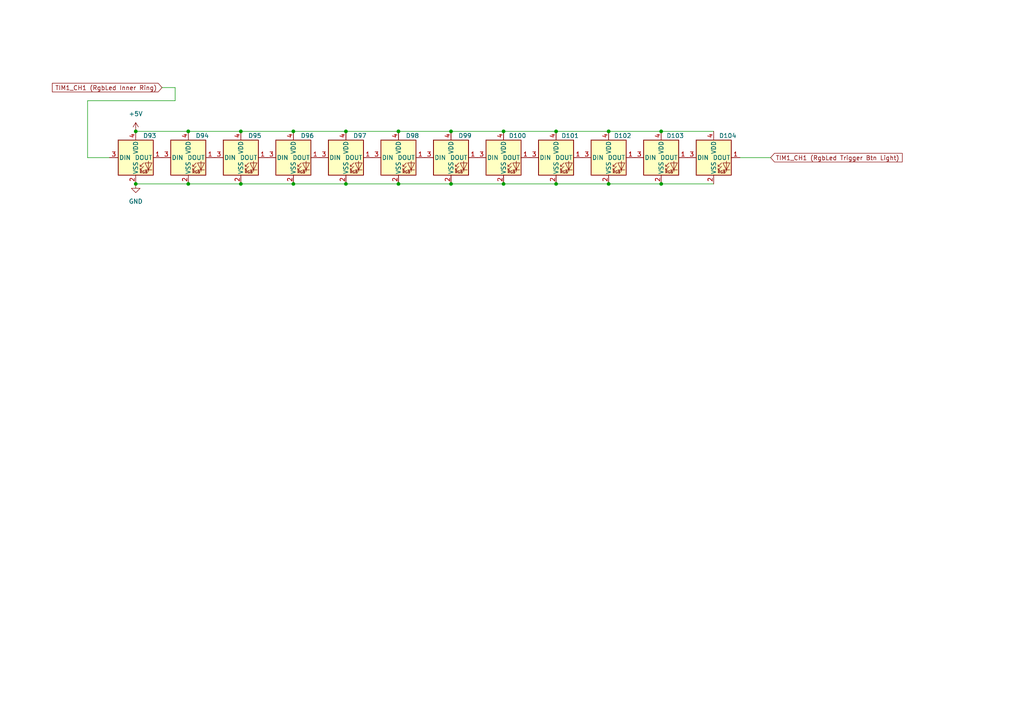
<source format=kicad_sch>
(kicad_sch (version 20231120) (generator "eeschema") (generator_version "8.0")
  (paper "A4")
  (title_block (date "2024-02-29") (rev "1"))
  (lib_symbols
    (symbol "LED:WS2812B-2020" (pin_names (offset 0.254))
      (property "Reference" "D" (at 5.08 5.715 0))
      (property "Value" "WS2812B-2020" (at 1.27 -5.715 0))
      (symbol "WS2812B-2020_0_0"
        (text "RGB" (at 2.286 -4.191 0) (effects (font (size 0.762 0.762))))
      )
      (symbol "WS2812B-2020_0_1"
        (polyline (pts (xy 1.27 -3.556) (xy 1.778 -3.556)))
        (polyline (pts (xy 1.27 -2.54) (xy 1.778 -2.54)))
        (polyline (pts (xy 4.699 -3.556) (xy 2.667 -3.556)))
        (polyline (pts (xy 2.286 -2.54) (xy 1.27 -3.556) (xy 1.27 -3.048)))
        (polyline (pts (xy 2.286 -1.524) (xy 1.27 -2.54) (xy 1.27 -2.032)))
        (polyline (pts (xy 3.683 -1.016) (xy 3.683 -3.556) (xy 3.683 -4.064)))
        (polyline (pts (xy 4.699 -1.524) (xy 2.667 -1.524) (xy 3.683 -3.556) (xy 4.699 -1.524)))
        (rectangle (start 5.08 5.08) (end -5.08 -5.08) (stroke (width 0.254)) (fill (type background)))
      )
      (symbol "WS2812B-2020_1_1"
        (pin output line (at 7.62 0 180) (length 2.54) (name "DOUT") (number "1"))
        (pin power_in line (at 0 -7.62 90) (length 2.54) (name "VSS") (number "2"))
        (pin input line (at -7.62 0 0) (length 2.54) (name "DIN") (number "3"))
        (pin power_in line (at 0 7.62 270) (length 2.54) (name "VDD") (number "4"))
      )
    )
    (symbol "power:+5V" (power) (pin_numbers hide) (pin_names (offset 0) hide)
      (property "Value" "+5V" (at 0 3.556 0))
      (symbol "+5V_0_1"
        (polyline (pts (xy -0.762 1.27) (xy 0 2.54)))
        (polyline (pts (xy 0 0) (xy 0 2.54)))
        (polyline (pts (xy 0 2.54) (xy 0.762 1.27)))
      )
      (symbol "+5V_1_1"
        (pin power_in line (at 0 0 90) (length 0) (name "~") (number "1"))
      )
    )
    (symbol "power:GND" (power) (pin_numbers hide) (pin_names (offset 0) hide)
      (property "Value" "GND" (at 0 -3.81 0))
      (symbol "GND_0_1"
        (polyline (pts (xy 0 0) (xy 0 -1.27) (xy 1.27 -1.27) (xy 0 -2.54) (xy -1.27 -1.27) (xy 0 -1.27)))
      )
      (symbol "GND_1_1"
        (pin power_in line (at 0 0 270) (length 0) (name "~") (number "1"))
      )
    )
  )
  (junction (at 69.85 53.34))
  (junction (at 54.61 38.1))
  (junction (at 69.85 38.1))
  (junction (at 100.33 53.34))
  (junction (at 161.29 53.34))
  (junction (at 146.05 53.34))
  (junction (at 130.81 38.1))
  (junction (at 161.29 38.1))
  (junction (at 146.05 38.1))
  (junction (at 100.33 38.1))
  (junction (at 115.57 38.1))
  (junction (at 39.37 38.1))
  (junction (at 176.53 53.34))
  (junction (at 130.81 53.34))
  (junction (at 191.77 53.34))
  (junction (at 115.57 53.34))
  (junction (at 39.37 53.34))
  (junction (at 85.09 53.34))
  (junction (at 85.09 38.1))
  (junction (at 176.53 38.1))
  (junction (at 191.77 38.1))
  (junction (at 54.61 53.34))
  (wire (pts (xy 115.57 53.34) (xy 130.81 53.34)))
  (wire (pts (xy 214.63 45.72) (xy 223.52 45.72)))
  (wire (pts (xy 115.57 38.1) (xy 130.81 38.1)))
  (wire (pts (xy 130.81 38.1) (xy 146.05 38.1)))
  (wire (pts (xy 161.29 38.1) (xy 176.53 38.1)))
  (wire (pts (xy 39.37 53.34) (xy 54.61 53.34)))
  (wire (pts (xy 85.09 38.1) (xy 100.33 38.1)))
  (wire (pts (xy 176.53 53.34) (xy 191.77 53.34)))
  (wire (pts (xy 25.4 29.21) (xy 50.8 29.21)))
  (wire (pts (xy 146.05 38.1) (xy 161.29 38.1)))
  (wire (pts (xy 54.61 53.34) (xy 69.85 53.34)))
  (wire (pts (xy 191.77 38.1) (xy 207.01 38.1)))
  (wire (pts (xy 161.29 53.34) (xy 176.53 53.34)))
  (wire (pts (xy 69.85 53.34) (xy 85.09 53.34)))
  (wire (pts (xy 31.75 45.72) (xy 25.4 45.72)))
  (wire (pts (xy 191.77 53.34) (xy 207.01 53.34)))
  (wire (pts (xy 25.4 45.72) (xy 25.4 29.21)))
  (wire (pts (xy 54.61 38.1) (xy 69.85 38.1)))
  (wire (pts (xy 50.8 25.4) (xy 50.8 29.21)))
  (wire (pts (xy 146.05 53.34) (xy 161.29 53.34)))
  (wire (pts (xy 46.99 25.4) (xy 50.8 25.4)))
  (wire (pts (xy 130.81 53.34) (xy 146.05 53.34)))
  (wire (pts (xy 100.33 38.1) (xy 115.57 38.1)))
  (wire (pts (xy 39.37 38.1) (xy 54.61 38.1)))
  (wire (pts (xy 69.85 38.1) (xy 85.09 38.1)))
  (wire (pts (xy 100.33 53.34) (xy 115.57 53.34)))
  (wire (pts (xy 85.09 53.34) (xy 100.33 53.34)))
  (wire (pts (xy 176.53 38.1) (xy 191.77 38.1)))
  (global_label "TIM1_CH1 (RgbLed Inner Ring)" (shape input) (at 46.99 25.4 180) (property "Intersheetrefs" "${INTERSHEET_REFS}" (effects (hide yes))))
  (global_label "TIM1_CH1 (RgbLed Trigger Btn Light)" (shape input) (at 223.52 45.72 0) (property "Intersheetrefs" "${INTERSHEET_REFS}" (effects (hide yes))))
  (symbol (lib_id "LED:WS2812B-2020") (at 85.09 45.72 0) (unit 1)
    (property "Reference" "D96" (at 89.154 39.37 0))
    (property "Value" "WS2812B-2020" (effects (hide yes)))
    (property "Footprint" "LED_SMD:LED_WS2812B-2020_PLCC4_2.0x2.0mm" (effects (hide yes)))
    (property "Datasheet" "https://cdn-shop.adafruit.com/product-files/4684/4684_WS2812B-2020_V1.3_EN.pdf" (effects (hide yes)))
    (property "Description" "RGB LED with integrated controller, 2.0 x 2.0 mm, 12 mA" (effects (hide yes)))
  )
  (symbol (lib_id "LED:WS2812B-2020") (at 115.57 45.72 0) (unit 1)
    (property "Reference" "D98" (at 119.634 39.37 0))
    (property "Value" "WS2812B-2020" (effects (hide yes)))
    (property "Footprint" "LED_SMD:LED_WS2812B-2020_PLCC4_2.0x2.0mm" (effects (hide yes)))
    (property "Datasheet" "https://cdn-shop.adafruit.com/product-files/4684/4684_WS2812B-2020_V1.3_EN.pdf" (effects (hide yes)))
    (property "Description" "RGB LED with integrated controller, 2.0 x 2.0 mm, 12 mA" (effects (hide yes)))
  )
  (symbol (lib_id "LED:WS2812B-2020") (at 146.05 45.72 0) (unit 1)
    (property "Reference" "D100" (at 150.114 39.37 0))
    (property "Value" "WS2812B-2020" (effects (hide yes)))
    (property "Footprint" "LED_SMD:LED_WS2812B-2020_PLCC4_2.0x2.0mm" (effects (hide yes)))
    (property "Datasheet" "https://cdn-shop.adafruit.com/product-files/4684/4684_WS2812B-2020_V1.3_EN.pdf" (effects (hide yes)))
    (property "Description" "RGB LED with integrated controller, 2.0 x 2.0 mm, 12 mA" (effects (hide yes)))
  )
  (symbol (lib_id "LED:WS2812B-2020") (at 191.77 45.72 0) (unit 1)
    (property "Reference" "D103" (at 195.834 39.37 0))
    (property "Value" "WS2812B-2020" (effects (hide yes)))
    (property "Footprint" "LED_SMD:LED_WS2812B-2020_PLCC4_2.0x2.0mm" (effects (hide yes)))
    (property "Datasheet" "https://cdn-shop.adafruit.com/product-files/4684/4684_WS2812B-2020_V1.3_EN.pdf" (effects (hide yes)))
    (property "Description" "RGB LED with integrated controller, 2.0 x 2.0 mm, 12 mA" (effects (hide yes)))
  )
  (symbol (lib_id "power:+5V") (at 39.37 38.1 0) (unit 1)
    (property "Reference" "#PWR029" (effects (hide yes)))
    (property "Value" "+5V" (at 39.37 33.02 0))
    (property "Description" "Power symbol creates a global label with name \"+5V\"" (effects (hide yes)))
  )
  (symbol (lib_id "LED:WS2812B-2020") (at 100.33 45.72 0) (unit 1)
    (property "Reference" "D97" (at 104.394 39.37 0))
    (property "Value" "WS2812B-2020" (effects (hide yes)))
    (property "Footprint" "LED_SMD:LED_WS2812B-2020_PLCC4_2.0x2.0mm" (effects (hide yes)))
    (property "Datasheet" "https://cdn-shop.adafruit.com/product-files/4684/4684_WS2812B-2020_V1.3_EN.pdf" (effects (hide yes)))
    (property "Description" "RGB LED with integrated controller, 2.0 x 2.0 mm, 12 mA" (effects (hide yes)))
  )
  (symbol (lib_id "LED:WS2812B-2020") (at 130.81 45.72 0) (unit 1)
    (property "Reference" "D99" (at 134.874 39.37 0))
    (property "Value" "WS2812B-2020" (effects (hide yes)))
    (property "Footprint" "LED_SMD:LED_WS2812B-2020_PLCC4_2.0x2.0mm" (effects (hide yes)))
    (property "Datasheet" "https://cdn-shop.adafruit.com/product-files/4684/4684_WS2812B-2020_V1.3_EN.pdf" (effects (hide yes)))
    (property "Description" "RGB LED with integrated controller, 2.0 x 2.0 mm, 12 mA" (effects (hide yes)))
  )
  (symbol (lib_id "LED:WS2812B-2020") (at 176.53 45.72 0) (unit 1)
    (property "Reference" "D102" (at 180.594 39.37 0))
    (property "Value" "WS2812B-2020" (effects (hide yes)))
    (property "Footprint" "LED_SMD:LED_WS2812B-2020_PLCC4_2.0x2.0mm" (effects (hide yes)))
    (property "Datasheet" "https://cdn-shop.adafruit.com/product-files/4684/4684_WS2812B-2020_V1.3_EN.pdf" (effects (hide yes)))
    (property "Description" "RGB LED with integrated controller, 2.0 x 2.0 mm, 12 mA" (effects (hide yes)))
  )
  (symbol (lib_id "power:GND") (at 39.37 53.34 0) (unit 1)
    (property "Reference" "#PWR030" (effects (hide yes)))
    (property "Value" "GND" (at 39.37 58.42 0))
    (property "Description" "Power symbol creates a global label with name \"GND\" , ground" (effects (hide yes)))
  )
  (symbol (lib_id "LED:WS2812B-2020") (at 207.01 45.72 0) (unit 1)
    (property "Reference" "D104" (at 211.074 39.37 0))
    (property "Value" "WS2812B-2020" (effects (hide yes)))
    (property "Footprint" "LED_SMD:LED_WS2812B-2020_PLCC4_2.0x2.0mm" (effects (hide yes)))
    (property "Datasheet" "https://cdn-shop.adafruit.com/product-files/4684/4684_WS2812B-2020_V1.3_EN.pdf" (effects (hide yes)))
    (property "Description" "RGB LED with integrated controller, 2.0 x 2.0 mm, 12 mA" (effects (hide yes)))
  )
  (symbol (lib_id "LED:WS2812B-2020") (at 161.29 45.72 0) (unit 1)
    (property "Reference" "D101" (at 165.354 39.37 0))
    (property "Value" "WS2812B-2020" (effects (hide yes)))
    (property "Footprint" "LED_SMD:LED_WS2812B-2020_PLCC4_2.0x2.0mm" (effects (hide yes)))
    (property "Datasheet" "https://cdn-shop.adafruit.com/product-files/4684/4684_WS2812B-2020_V1.3_EN.pdf" (effects (hide yes)))
    (property "Description" "RGB LED with integrated controller, 2.0 x 2.0 mm, 12 mA" (effects (hide yes)))
  )
  (symbol (lib_id "LED:WS2812B-2020") (at 54.61 45.72 0) (unit 1)
    (property "Reference" "D94" (at 58.674 39.37 0))
    (property "Value" "WS2812B-2020" (effects (hide yes)))
    (property "Footprint" "LED_SMD:LED_WS2812B-2020_PLCC4_2.0x2.0mm" (effects (hide yes)))
    (property "Datasheet" "https://cdn-shop.adafruit.com/product-files/4684/4684_WS2812B-2020_V1.3_EN.pdf" (effects (hide yes)))
    (property "Description" "RGB LED with integrated controller, 2.0 x 2.0 mm, 12 mA" (effects (hide yes)))
  )
  (symbol (lib_id "LED:WS2812B-2020") (at 39.37 45.72 0) (unit 1)
    (property "Reference" "D93" (at 43.434 39.37 0))
    (property "Value" "WS2812B-2020" (effects (hide yes)))
    (property "Footprint" "LED_SMD:LED_WS2812B-2020_PLCC4_2.0x2.0mm" (effects (hide yes)))
    (property "Datasheet" "https://cdn-shop.adafruit.com/product-files/4684/4684_WS2812B-2020_V1.3_EN.pdf" (effects (hide yes)))
    (property "Description" "RGB LED with integrated controller, 2.0 x 2.0 mm, 12 mA" (effects (hide yes)))
  )
  (symbol (lib_id "LED:WS2812B-2020") (at 69.85 45.72 0) (unit 1)
    (property "Reference" "D95" (at 73.914 39.37 0))
    (property "Value" "WS2812B-2020" (effects (hide yes)))
    (property "Footprint" "LED_SMD:LED_WS2812B-2020_PLCC4_2.0x2.0mm" (effects (hide yes)))
    (property "Datasheet" "https://cdn-shop.adafruit.com/product-files/4684/4684_WS2812B-2020_V1.3_EN.pdf" (effects (hide yes)))
    (property "Description" "RGB LED with integrated controller, 2.0 x 2.0 mm, 12 mA" (effects (hide yes)))
  )
)
</source>
